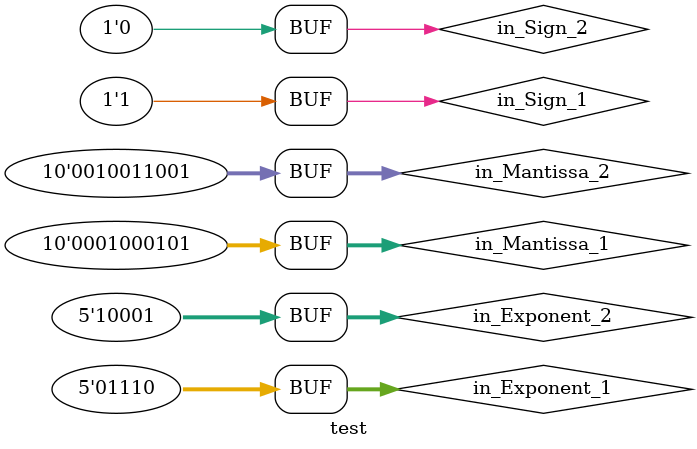
<source format=v>
`include "FMul.v"

module test;

reg in_Sign_1;
reg [5:1] in_Exponent_1;
reg [10:1] in_Mantissa_1;
reg in_Sign_2;
reg [5:1] in_Exponent_2;
reg [10:1] in_Mantissa_2;

wire out_Sign;
wire [5:1] out_Exponent;
wire [10:1] out_Mantissa;

wire Exponent_Overflow;

FMul_HalfPrecision fmul (
    in_Sign_1, in_Exponent_1, in_Mantissa_1, 
    in_Sign_2, in_Exponent_2, in_Mantissa_2, 
    out_Sign, out_Exponent, out_Mantissa, 
    Exponent_Overflow
    );

initial begin
    $monitor($time, ": op1: %b - %b - %b (%b - %d - %d) , op2: %b - %b - %b (%b - %d - %d) , out: %b - %b - %b (%b - %d - %d), Exponent_Overflow: %b", 
    in_Sign_1, in_Exponent_1, in_Mantissa_1, in_Sign_1, in_Exponent_1, in_Mantissa_1, 
    in_Sign_2, in_Exponent_2, in_Mantissa_2, in_Sign_2, in_Exponent_2, in_Mantissa_2, 
    out_Sign, out_Exponent, out_Mantissa, out_Sign, out_Exponent, out_Mantissa, 
    Exponent_Overflow
    );
end

initial begin
    in_Sign_1 = 1'b1; in_Exponent_1 = 5'b01110; in_Mantissa_1 = 10'b0001000101;
    in_Sign_2 = 1'b0; in_Exponent_2 = 5'b10001; in_Mantissa_2 = 10'b0010011001;
end

endmodule
</source>
